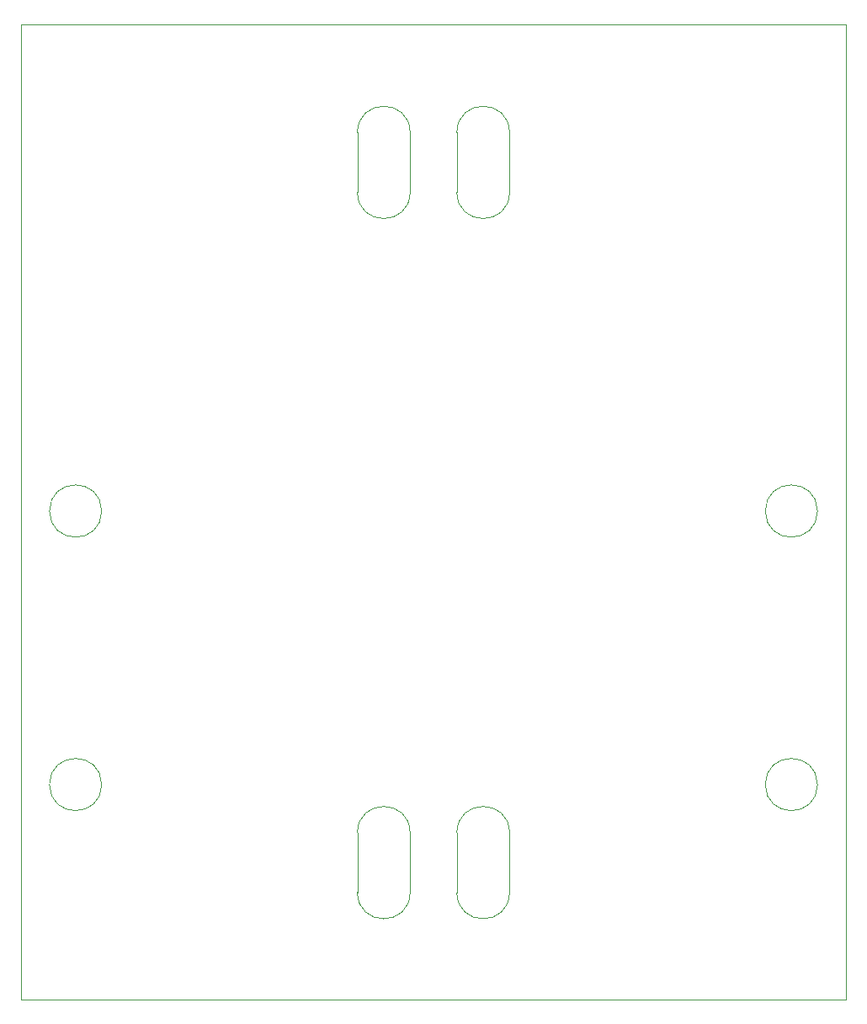
<source format=gbr>
%TF.GenerationSoftware,KiCad,Pcbnew,(5.1.10)-1*%
%TF.CreationDate,2022-05-09T17:55:47-07:00*%
%TF.ProjectId,solar-panel-NoCutout,736f6c61-722d-4706-916e-656c2d4e6f43,1.0*%
%TF.SameCoordinates,Original*%
%TF.FileFunction,Profile,NP*%
%FSLAX46Y46*%
G04 Gerber Fmt 4.6, Leading zero omitted, Abs format (unit mm)*
G04 Created by KiCad (PCBNEW (5.1.10)-1) date 2022-05-09 17:55:47*
%MOMM*%
%LPD*%
G01*
G04 APERTURE LIST*
%TA.AperFunction,Profile*%
%ADD10C,0.050000*%
%TD*%
G04 APERTURE END LIST*
D10*
X152150000Y-153000000D02*
G75*
G02*
X146850000Y-153000000I-2650000J0D01*
G01*
X146850000Y-147000000D02*
G75*
G02*
X152150000Y-147000000I2650000J0D01*
G01*
X142150000Y-153000000D02*
G75*
G02*
X136850000Y-153000000I-2650000J0D01*
G01*
X136850000Y-147000000D02*
G75*
G02*
X142150000Y-147000000I2650000J0D01*
G01*
X152150000Y-82600000D02*
G75*
G02*
X146850000Y-82600000I-2650000J0D01*
G01*
X146850000Y-76600000D02*
G75*
G02*
X152150000Y-76600000I2650000J0D01*
G01*
X136850000Y-76600000D02*
G75*
G02*
X142150000Y-76600000I2650000J0D01*
G01*
X142150000Y-82600000D02*
G75*
G02*
X136850000Y-82600000I-2650000J0D01*
G01*
X152150000Y-76600000D02*
X152150000Y-82600000D01*
X146850000Y-76600000D02*
X146850000Y-82600000D01*
X136850000Y-76600000D02*
X136850000Y-82600000D01*
X142150000Y-76600000D02*
X142150000Y-82600000D01*
X152150000Y-153000000D02*
X152150000Y-147000000D01*
X146850000Y-147000000D02*
X146850000Y-153000000D01*
X142150000Y-153000000D02*
X142150000Y-147000000D01*
X136850000Y-153000000D02*
X136850000Y-147000000D01*
X183125000Y-114650000D02*
G75*
G03*
X183125000Y-114650000I-2625000J0D01*
G01*
X183125000Y-142150000D02*
G75*
G03*
X183125000Y-142150000I-2625000J0D01*
G01*
X111125000Y-142150000D02*
G75*
G03*
X111125000Y-142150000I-2625000J0D01*
G01*
X111125000Y-114650000D02*
G75*
G03*
X111125000Y-114650000I-2625000J0D01*
G01*
X186000000Y-65750000D02*
X103000000Y-65750000D01*
X186000000Y-163750000D02*
X186000000Y-65750000D01*
X103000000Y-163750000D02*
X186000000Y-163750000D01*
X103000000Y-65750000D02*
X103000000Y-163750000D01*
M02*

</source>
